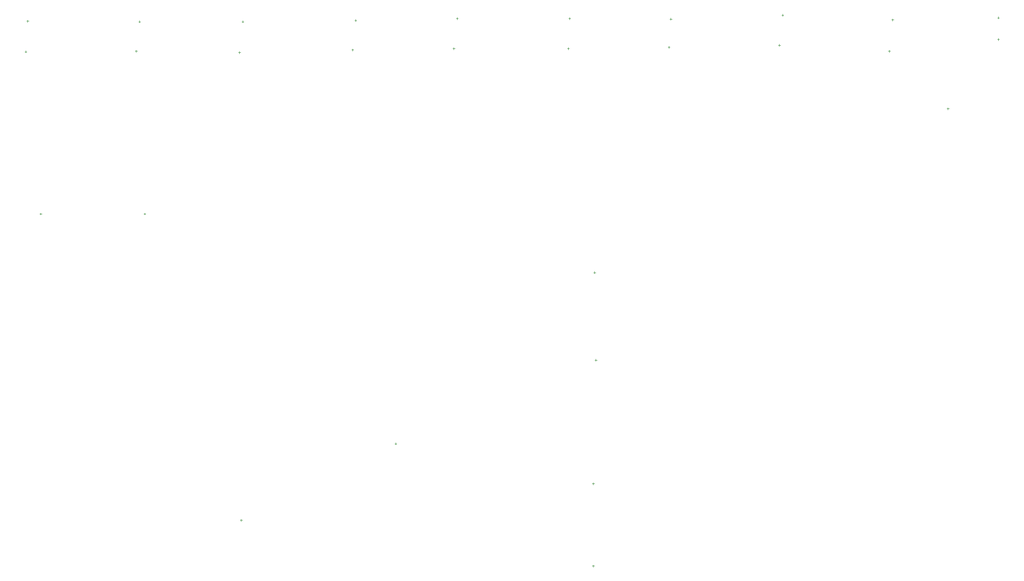
<source format=gbr>
%TF.GenerationSoftware,Altium Limited,Altium Designer,22.1.2 (22)*%
G04 Layer_Color=16711935*
%FSLAX45Y45*%
%MOMM*%
%TF.SameCoordinates,97720CCC-B93B-4F85-99AC-C394CD96EF65*%
%TF.FilePolarity,Positive*%
%TF.FileFunction,Other,Mechanical_1*%
%TF.Part,Single*%
G01*
G75*
%TA.AperFunction,NonConductor*%
%ADD92C,0.10000*%
D92*
X-1674360Y-7894000D02*
Y-7854000D01*
X-1694360Y-7874000D02*
X-1654360D01*
X-1623560Y-3893500D02*
Y-3853500D01*
X-1643560Y-3873500D02*
X-1603560D01*
X-1694360Y-6273800D02*
X-1654360D01*
X-1674360Y-6293800D02*
Y-6253800D01*
X-5511800Y-5519100D02*
Y-5479100D01*
X-5531800Y-5499100D02*
X-5491800D01*
X-1648960Y-2191700D02*
Y-2151700D01*
X-1668960Y-2171700D02*
X-1628960D01*
X-12407900Y-1050740D02*
Y-1010740D01*
X-12427900Y-1030740D02*
X-12387900D01*
X-10388600Y-1050740D02*
Y-1010740D01*
X-10408600Y-1030740D02*
X-10368600D01*
X1986600Y2832100D02*
X2026600D01*
X2006600Y2812100D02*
Y2852100D01*
X-185100Y2755900D02*
X-145100D01*
X-165100Y2735900D02*
Y2775900D01*
X4059500Y2133600D02*
X4099500D01*
X4079500Y2113600D02*
Y2153600D01*
X-8533326Y-6985000D02*
X-8493326D01*
X-8513326Y-7005000D02*
Y-6965000D01*
X6177600Y2362200D02*
X6217600D01*
X6197600Y2342200D02*
Y2382200D01*
X6177600Y2781300D02*
X6217600D01*
X6197600Y2761300D02*
Y2801300D01*
X-12700000Y2100900D02*
Y2140900D01*
X-12720000Y2120900D02*
X-12680000D01*
X-8547100Y2088200D02*
Y2128200D01*
X-8567100Y2108200D02*
X-8527100D01*
X-203200Y2189800D02*
Y2229800D01*
X-223200Y2209800D02*
X-183200D01*
X-10553700Y2113600D02*
Y2153600D01*
X-10573700Y2133600D02*
X-10533700D01*
X1943100Y2227900D02*
Y2267900D01*
X1923100Y2247900D02*
X1963100D01*
X-6350000Y2139000D02*
Y2179000D01*
X-6370000Y2159000D02*
X-6330000D01*
X-4381500Y2164400D02*
Y2204400D01*
X-4401500Y2184400D02*
X-4361500D01*
X-2159000Y2164400D02*
Y2204400D01*
X-2179000Y2184400D02*
X-2139000D01*
X-12661900Y2697800D02*
Y2737800D01*
X-12681900Y2717800D02*
X-12641900D01*
X5219700Y996000D02*
Y1036000D01*
X5199700Y1016000D02*
X5239700D01*
X-10490200Y2685100D02*
Y2725100D01*
X-10510200Y2705100D02*
X-10470200D01*
X-8483600Y2685100D02*
Y2725100D01*
X-8503600Y2705100D02*
X-8463600D01*
X-6290100Y2710500D02*
Y2750500D01*
X-6310100Y2730500D02*
X-6270100D01*
X-4318000Y2748600D02*
Y2788600D01*
X-4338000Y2768600D02*
X-4298000D01*
X-2133600Y2748600D02*
Y2788600D01*
X-2153600Y2768600D02*
X-2113600D01*
X4143800Y2723200D02*
Y2763200D01*
X4123800Y2743200D02*
X4163800D01*
%TF.MD5,d3f9ccdff611accedefd4af8327cd125*%
M02*

</source>
